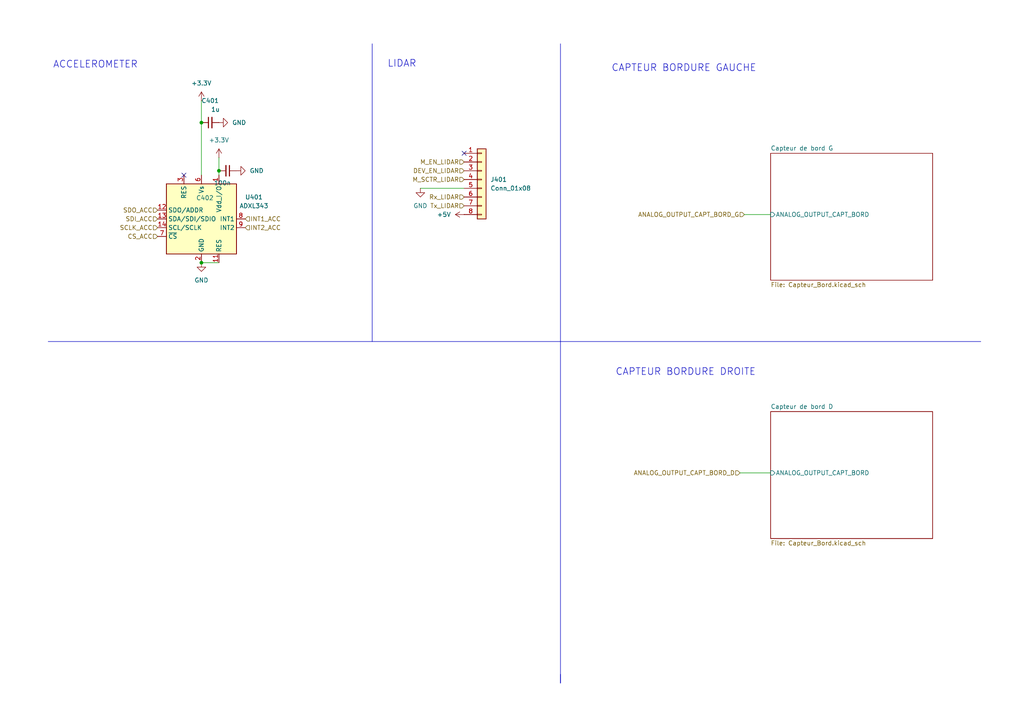
<source format=kicad_sch>
(kicad_sch (version 20231120) (generator "eeschema") (generator_version "8.0")
  (paper "A4")
  (lib_symbols
    (symbol "Connector_Generic:Conn_01x08" (pin_names (offset 1.016) hide)
      (property "Reference" "J" (at 0 10.16 0))
      (property "Value" "Conn_01x08" (at 0 -12.7 0))
      (symbol "Conn_01x08_1_1"
        (rectangle (start -1.27 -10.033) (end 0 -10.287) (stroke (width 0.1524)))
        (rectangle (start -1.27 -7.493) (end 0 -7.747) (stroke (width 0.1524)))
        (rectangle (start -1.27 -4.953) (end 0 -5.207) (stroke (width 0.1524)))
        (rectangle (start -1.27 -2.413) (end 0 -2.667) (stroke (width 0.1524)))
        (rectangle (start -1.27 0.127) (end 0 -0.127) (stroke (width 0.1524)))
        (rectangle (start -1.27 2.667) (end 0 2.413) (stroke (width 0.1524)))
        (rectangle (start -1.27 5.207) (end 0 4.953) (stroke (width 0.1524)))
        (rectangle (start -1.27 7.747) (end 0 7.493) (stroke (width 0.1524)))
        (rectangle (start -1.27 8.89) (end 1.27 -11.43) (stroke (width 0.254)) (fill (type background)))
        (pin passive line (at -5.08 7.62 0) (length 3.81) (name "Pin_1") (number "1"))
        (pin passive line (at -5.08 5.08 0) (length 3.81) (name "Pin_2") (number "2"))
        (pin passive line (at -5.08 2.54 0) (length 3.81) (name "Pin_3") (number "3"))
        (pin passive line (at -5.08 0 0) (length 3.81) (name "Pin_4") (number "4"))
        (pin passive line (at -5.08 -2.54 0) (length 3.81) (name "Pin_5") (number "5"))
        (pin passive line (at -5.08 -5.08 0) (length 3.81) (name "Pin_6") (number "6"))
        (pin passive line (at -5.08 -7.62 0) (length 3.81) (name "Pin_7") (number "7"))
        (pin passive line (at -5.08 -10.16 0) (length 3.81) (name "Pin_8") (number "8"))
      )
    )
    (symbol "Device:C_Small" (pin_numbers hide) (pin_names (offset 0.254) hide)
      (property "Reference" "C" (at 0.254 1.778 0))
      (property "Value" "C_Small" (at 0.254 -2.032 0))
      (symbol "C_Small_0_1"
        (polyline (pts (xy -1.524 -0.508) (xy 1.524 -0.508)) (stroke (width 0.3302)))
        (polyline (pts (xy -1.524 0.508) (xy 1.524 0.508)) (stroke (width 0.3048)))
      )
      (symbol "C_Small_1_1"
        (pin passive line (at 0 2.54 270) (length 2.032) (name "~") (number "1"))
        (pin passive line (at 0 -2.54 90) (length 2.032) (name "~") (number "2"))
      )
    )
    (symbol "Sensor_Motion:ADXL343"
      (property "Reference" "U" (at -8.89 11.43 0))
      (property "Value" "ADXL343" (at -7.62 -11.43 0))
      (symbol "ADXL343_0_1"
        (rectangle (start -10.16 10.16) (end 10.16 -10.16) (stroke (width 0.254)) (fill (type background)))
      )
      (symbol "ADXL343_1_1"
        (pin power_in line (at 5.08 12.7 270) (length 2.54) (name "Vdd_I/O") (number "1"))
        (pin no_connect line (at -5.08 -10.16 90) (length 2.54) hide (name "NC") (number "10"))
        (pin passive line (at 5.08 -12.7 90) (length 2.54) (name "RES") (number "11"))
        (pin bidirectional line (at -12.7 2.54 0) (length 2.54) (name "SDO/ADDR") (number "12"))
        (pin bidirectional line (at -12.7 0 0) (length 2.54) (name "SDA/SDI/SDIO") (number "13"))
        (pin input line (at -12.7 -2.54 0) (length 2.54) (name "SCL/SCLK") (number "14"))
        (pin power_in line (at 0 -12.7 90) (length 2.54) (name "GND") (number "2"))
        (pin passive line (at -5.08 12.7 270) (length 2.54) (name "RES") (number "3"))
        (pin passive line (at 0 -12.7 90) (length 2.54) hide (name "GND") (number "4"))
        (pin passive line (at 0 -12.7 90) (length 2.54) hide (name "GND") (number "5"))
        (pin power_in line (at 0 12.7 270) (length 2.54) (name "Vs") (number "6"))
        (pin input line (at -12.7 -5.08 0) (length 2.54) (name "~{CS}") (number "7"))
        (pin output line (at 12.7 0 180) (length 2.54) (name "INT1") (number "8"))
        (pin output line (at 12.7 -2.54 180) (length 2.54) (name "INT2") (number "9"))
      )
    )
    (symbol "power:+3.3V" (power) (pin_numbers hide) (pin_names (offset 0) hide)
      (property "Value" "+3.3V" (at 0 3.556 0))
      (symbol "+3.3V_0_1"
        (polyline (pts (xy -0.762 1.27) (xy 0 2.54)))
        (polyline (pts (xy 0 0) (xy 0 2.54)))
        (polyline (pts (xy 0 2.54) (xy 0.762 1.27)))
      )
      (symbol "+3.3V_1_1"
        (pin power_in line (at 0 0 90) (length 0) (name "~") (number "1"))
      )
    )
    (symbol "power:+5V" (power) (pin_numbers hide) (pin_names (offset 0) hide)
      (property "Value" "+5V" (at 0 3.556 0))
      (symbol "+5V_0_1"
        (polyline (pts (xy -0.762 1.27) (xy 0 2.54)))
        (polyline (pts (xy 0 0) (xy 0 2.54)))
        (polyline (pts (xy 0 2.54) (xy 0.762 1.27)))
      )
      (symbol "+5V_1_1"
        (pin power_in line (at 0 0 90) (length 0) (name "~") (number "1"))
      )
    )
    (symbol "power:GND" (power) (pin_numbers hide) (pin_names (offset 0) hide)
      (property "Value" "GND" (at 0 -3.81 0))
      (symbol "GND_0_1"
        (polyline (pts (xy 0 0) (xy 0 -1.27) (xy 1.27 -1.27) (xy 0 -2.54) (xy -1.27 -1.27) (xy 0 -1.27)))
      )
      (symbol "GND_1_1"
        (pin power_in line (at 0 0 270) (length 0) (name "~") (number "1"))
      )
    )
  )
  (junction (at 58.42 35.56))
  (junction (at 63.5 49.53))
  (junction (at 58.42 76.2))
  (no_connect (at 134.62 44.45))
  (no_connect (at 53.34 50.8))
  (polyline (pts (xy 162.56 195.58) (xy 162.56 198.12)))
  (wire (pts (xy 58.42 29.21) (xy 58.42 35.56)))
  (wire (pts (xy 214.63 137.16) (xy 223.52 137.16)))
  (wire (pts (xy 58.42 35.56) (xy 58.42 50.8)))
  (wire (pts (xy 63.5 49.53) (xy 63.5 50.8)))
  (polyline (pts (xy 162.56 99.06) (xy 162.56 198.12)))
  (wire (pts (xy 215.9 62.23) (xy 223.52 62.23)))
  (wire (pts (xy 121.92 54.61) (xy 134.62 54.61)))
  (polyline (pts (xy 107.95 12.7) (xy 107.95 99.06)))
  (polyline (pts (xy 162.56 12.7) (xy 162.56 99.06)))
  (polyline (pts (xy 13.97 99.06) (xy 284.48 99.06)))
  (wire (pts (xy 63.5 45.72) (xy 63.5 49.53)))
  (wire (pts (xy 58.42 76.2) (xy 63.5 76.2)))
  (text "LIDAR" (at 116.586 18.542 0) (effects (font (size 2 2))))
  (text "CAPTEUR BORDURE DROITE\n" (at 198.882 107.95 0) (effects (font (size 2 2))))
  (text "ACCELEROMETER" (at 27.686 18.796 0) (effects (font (size 2 2))))
  (text "CAPTEUR BORDURE GAUCHE\n" (at 198.374 19.812 0) (effects (font (size 2 2))))
  (hierarchical_label "ANALOG_OUTPUT_CAPT_BORD_G" (shape input) (at 215.9 62.23 180))
  (hierarchical_label "Tx_LIDAR" (shape input) (at 134.62 59.69 180))
  (hierarchical_label "M_SCTR_LIDAR" (shape input) (at 134.62 52.07 180))
  (hierarchical_label "SDO_ACC" (shape input) (at 45.72 60.96 180))
  (hierarchical_label "M_EN_LIDAR" (shape input) (at 134.62 46.99 180))
  (hierarchical_label "DEV_EN_LIDAR" (shape input) (at 134.62 49.53 180))
  (hierarchical_label "INT1_ACC" (shape input) (at 71.12 63.5 0))
  (hierarchical_label "CS_ACC" (shape input) (at 45.72 68.58 180))
  (hierarchical_label "INT2_ACC" (shape input) (at 71.12 66.04 0))
  (hierarchical_label "SDI_ACC" (shape input) (at 45.72 63.5 180))
  (hierarchical_label "SCLK_ACC" (shape input) (at 45.72 66.04 180))
  (hierarchical_label "Rx_LIDAR" (shape input) (at 134.62 57.15 180))
  (hierarchical_label "ANALOG_OUTPUT_CAPT_BORD_D" (shape input) (at 214.63 137.16 180))
  (symbol (lib_id "Sensor_Motion:ADXL343") (at 58.42 63.5 0) (unit 1)
    (property "Reference" "U401" (at 73.66 57.1814 0))
    (property "Value" "ADXL343" (at 73.66 59.7214 0))
    (property "Footprint" "Package_LGA:LGA-14_3x5mm_P0.8mm_LayoutBorder1x6y" (effects (hide yes)))
    (property "Datasheet" "https://www.analog.com/media/en/technical-documentation/data-sheets/ADXL343.pdf" (effects (hide yes)))
    (property "Description" "3-Axis MEMS Accelerometer, 2/4/8/16g range, I2C/SPI, LGA-14" (effects (hide yes)))
  )
  (symbol (lib_id "Device:C_Small") (at 60.96 35.56 90) (unit 1)
    (property "Reference" "C401" (at 60.9663 29.21 90))
    (property "Value" "1u" (at 62.484 31.75 90))
    (property "Footprint" "Capacitor_SMD:C_0603_1608Metric" (effects (hide yes)))
    (property "Description" "Unpolarized capacitor, small symbol" (effects (hide yes)))
  )
  (symbol (lib_id "power:GND") (at 121.92 54.61 0) (unit 1)
    (property "Reference" "#PWR0406" (effects (hide yes)))
    (property "Value" "GND" (at 121.92 59.69 0))
    (property "Description" "Power symbol creates a global label with name \"GND\" , ground" (effects (hide yes)))
  )
  (symbol (lib_id "Connector_Generic:Conn_01x08") (at 139.7 52.07 0) (unit 1)
    (property "Reference" "J401" (at 142.24 52.0699 0) (effects (justify left)))
    (property "Value" "Conn_01x08" (at 142.24 54.6099 0) (effects (justify left)))
    (property "Footprint" "Connector_JST:JST_XH_S8B-XH-A_1x08_P2.50mm_Horizontal" (effects (hide yes)))
    (property "Description" "Generic connector, single row, 01x08, script generated (kicad-library-utils/schlib/autogen/connector/)" (effects (hide yes)))
  )
  (symbol (lib_id "power:+3.3V") (at 63.5 45.72 0) (unit 1)
    (property "Reference" "#PWR0404" (effects (hide yes)))
    (property "Value" "+3.3V" (at 63.5 40.64 0))
    (property "Description" "Power symbol creates a global label with name \"+3.3V\"" (effects (hide yes)))
  )
  (symbol (lib_id "power:GND") (at 58.42 76.2 0) (unit 1)
    (property "Reference" "#PWR0402" (effects (hide yes)))
    (property "Value" "GND" (at 58.42 81.28 0))
    (property "Description" "Power symbol creates a global label with name \"GND\" , ground" (effects (hide yes)))
  )
  (symbol (lib_id "Device:C_Small") (at 66.04 49.53 270) (unit 1)
    (property "Reference" "C402" (at 59.436 57.404 90))
    (property "Value" "100n" (at 64.516 53.086 90))
    (property "Footprint" "Capacitor_SMD:C_0402_1005Metric" (effects (hide yes)))
    (property "Description" "Unpolarized capacitor, small symbol" (effects (hide yes)))
  )
  (symbol (lib_id "power:GND") (at 68.58 49.53 90) (unit 1)
    (property "Reference" "#PWR0405" (effects (hide yes)))
    (property "Value" "GND" (at 72.39 49.5299 90) (effects (justify right)))
    (property "Description" "Power symbol creates a global label with name \"GND\" , ground" (effects (hide yes)))
  )
  (symbol (lib_id "power:+5V") (at 134.62 62.23 90) (unit 1)
    (property "Reference" "#PWR0407" (effects (hide yes)))
    (property "Value" "+5V" (at 130.81 62.2299 90) (effects (justify left)))
    (property "Description" "Power symbol creates a global label with name \"+5V\"" (effects (hide yes)))
  )
  (symbol (lib_id "power:+3.3V") (at 58.42 29.21 0) (unit 1)
    (property "Reference" "#PWR0401" (effects (hide yes)))
    (property "Value" "+3.3V" (at 58.42 24.13 0))
    (property "Description" "Power symbol creates a global label with name \"+3.3V\"" (effects (hide yes)))
  )
  (symbol (lib_id "power:GND") (at 63.5 35.56 90) (unit 1)
    (property "Reference" "#PWR0403" (effects (hide yes)))
    (property "Value" "GND" (at 67.31 35.5599 90) (effects (justify right)))
    (property "Description" "Power symbol creates a global label with name \"GND\" , ground" (effects (hide yes)))
  )
  (sheet (at 223.52 119.38) (size 46.99 36.83) (stroke (width 0.1524))
    (property "Sheetname" "Capteur de bord D" (at 223.52 118.6684 0) (effects (justify left bottom)))
    (property "Sheetfile" "Capteur_Bord.kicad_sch" (at 223.52 156.7946 0) (effects (justify left top)))
    (pin "ANALOG_OUTPUT_CAPT_BORD" input (at 223.52 137.16 180))
  )
  (sheet (at 223.52 44.45) (size 46.99 36.83) (stroke (width 0.1524))
    (property "Sheetname" "Capteur de bord G" (at 223.52 43.7384 0) (effects (justify left bottom)))
    (property "Sheetfile" "Capteur_Bord.kicad_sch" (at 223.52 81.8646 0) (effects (justify left top)))
    (pin "ANALOG_OUTPUT_CAPT_BORD" input (at 223.52 62.23 180))
  )
)
</source>
